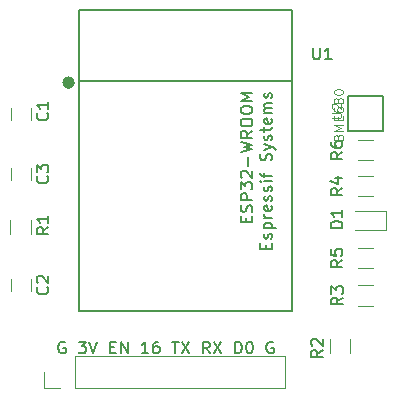
<source format=gto>
G04 #@! TF.FileFunction,Legend,Top*
%FSLAX46Y46*%
G04 Gerber Fmt 4.6, Leading zero omitted, Abs format (unit mm)*
G04 Created by KiCad (PCBNEW 4.0.7) date Friday, February 23, 2018 'PMt' 12:04:00 PM*
%MOMM*%
%LPD*%
G01*
G04 APERTURE LIST*
%ADD10C,0.100000*%
%ADD11C,0.127000*%
%ADD12C,0.120000*%
%ADD13C,0.500000*%
%ADD14C,0.150000*%
%ADD15C,0.050000*%
G04 APERTURE END LIST*
D10*
D11*
X134234000Y-92918000D02*
X131234000Y-92918000D01*
X131234000Y-92918000D02*
X131234000Y-95918000D01*
X131234000Y-95918000D02*
X134234000Y-95918000D01*
X134234000Y-95918000D02*
X134234000Y-92918000D01*
D12*
X132115000Y-99704000D02*
X133315000Y-99704000D01*
X133315000Y-101464000D02*
X132115000Y-101464000D01*
X134442000Y-104305000D02*
X134442000Y-102705000D01*
X134442000Y-102705000D02*
X131842000Y-102705000D01*
X134442000Y-104305000D02*
X131842000Y-104305000D01*
X132115000Y-108975000D02*
X133315000Y-108975000D01*
X133315000Y-110735000D02*
X132115000Y-110735000D01*
X131436000Y-113512000D02*
X131436000Y-114712000D01*
X129676000Y-114712000D02*
X129676000Y-113512000D01*
D13*
X107852981Y-91821000D02*
G75*
G03X107852981Y-91821000I-283981J0D01*
G01*
D14*
X126475000Y-91675000D02*
X108475000Y-91675000D01*
X108475000Y-85675000D02*
X108475000Y-111175000D01*
X126475000Y-85675000D02*
X126475000Y-111175000D01*
X126475000Y-111175000D02*
X108475000Y-111175000D01*
X126475000Y-85675000D02*
X108475000Y-85675000D01*
D12*
X104385000Y-103413000D02*
X104385000Y-104613000D01*
X102625000Y-104613000D02*
X102625000Y-103413000D01*
X102655000Y-108466000D02*
X102655000Y-109466000D01*
X104355000Y-109466000D02*
X104355000Y-108466000D01*
X108077000Y-117662000D02*
X125917000Y-117662000D01*
X125917000Y-117662000D02*
X125917000Y-115002000D01*
X125917000Y-115002000D02*
X108077000Y-115002000D01*
X108077000Y-115002000D02*
X108077000Y-117662000D01*
X106807000Y-117662000D02*
X105477000Y-117662000D01*
X105477000Y-117662000D02*
X105477000Y-116332000D01*
X102655000Y-93988000D02*
X102655000Y-94988000D01*
X104355000Y-94988000D02*
X104355000Y-93988000D01*
X102655000Y-99068000D02*
X102655000Y-100068000D01*
X104355000Y-100068000D02*
X104355000Y-99068000D01*
X132115000Y-105800000D02*
X133315000Y-105800000D01*
X133315000Y-107560000D02*
X132115000Y-107560000D01*
X132115000Y-96656000D02*
X133315000Y-96656000D01*
X133315000Y-98416000D02*
X132115000Y-98416000D01*
D15*
X129869409Y-94835864D02*
X130508890Y-94835864D01*
X130584123Y-94798248D01*
X130621740Y-94760631D01*
X130659356Y-94685398D01*
X130659356Y-94534932D01*
X130621740Y-94459699D01*
X130584123Y-94422083D01*
X130508890Y-94384466D01*
X129869409Y-94384466D01*
X129944643Y-94045917D02*
X129907026Y-94008300D01*
X129869409Y-93933067D01*
X129869409Y-93744985D01*
X129907026Y-93669752D01*
X129944643Y-93632135D01*
X130019876Y-93594519D01*
X130095109Y-93594519D01*
X130207958Y-93632135D01*
X130659356Y-94083533D01*
X130659356Y-93594519D01*
X130415582Y-96449583D02*
X130453194Y-96336748D01*
X130490805Y-96299136D01*
X130566029Y-96261525D01*
X130678864Y-96261525D01*
X130754087Y-96299136D01*
X130791699Y-96336748D01*
X130829310Y-96411971D01*
X130829310Y-96712865D01*
X130039465Y-96712865D01*
X130039465Y-96449583D01*
X130077077Y-96374360D01*
X130114689Y-96336748D01*
X130189912Y-96299136D01*
X130265135Y-96299136D01*
X130340359Y-96336748D01*
X130377970Y-96374360D01*
X130415582Y-96449583D01*
X130415582Y-96712865D01*
X130829310Y-95923020D02*
X130039465Y-95923020D01*
X130603640Y-95659738D01*
X130039465Y-95396456D01*
X130829310Y-95396456D01*
X130415582Y-95020340D02*
X130415582Y-94757058D01*
X130829310Y-94644223D02*
X130829310Y-95020340D01*
X130039465Y-95020340D01*
X130039465Y-94644223D01*
X130039465Y-93967213D02*
X130039465Y-94117659D01*
X130077077Y-94192883D01*
X130114689Y-94230494D01*
X130227524Y-94305718D01*
X130377970Y-94343329D01*
X130678864Y-94343329D01*
X130754087Y-94305718D01*
X130791699Y-94268106D01*
X130829310Y-94192883D01*
X130829310Y-94042436D01*
X130791699Y-93967213D01*
X130754087Y-93929601D01*
X130678864Y-93891989D01*
X130490805Y-93891989D01*
X130415582Y-93929601D01*
X130377970Y-93967213D01*
X130340359Y-94042436D01*
X130340359Y-94192883D01*
X130377970Y-94268106D01*
X130415582Y-94305718D01*
X130490805Y-94343329D01*
X130377970Y-93440650D02*
X130340359Y-93515873D01*
X130302747Y-93553485D01*
X130227524Y-93591096D01*
X130189912Y-93591096D01*
X130114689Y-93553485D01*
X130077077Y-93515873D01*
X130039465Y-93440650D01*
X130039465Y-93290203D01*
X130077077Y-93214980D01*
X130114689Y-93177368D01*
X130189912Y-93139756D01*
X130227524Y-93139756D01*
X130302747Y-93177368D01*
X130340359Y-93214980D01*
X130377970Y-93290203D01*
X130377970Y-93440650D01*
X130415582Y-93515873D01*
X130453194Y-93553485D01*
X130528417Y-93591096D01*
X130678864Y-93591096D01*
X130754087Y-93553485D01*
X130791699Y-93515873D01*
X130829310Y-93440650D01*
X130829310Y-93290203D01*
X130791699Y-93214980D01*
X130754087Y-93177368D01*
X130678864Y-93139756D01*
X130528417Y-93139756D01*
X130453194Y-93177368D01*
X130415582Y-93214980D01*
X130377970Y-93290203D01*
X130039465Y-92650805D02*
X130039465Y-92575582D01*
X130077077Y-92500358D01*
X130114689Y-92462747D01*
X130189912Y-92425135D01*
X130340359Y-92387523D01*
X130528417Y-92387523D01*
X130678864Y-92425135D01*
X130754087Y-92462747D01*
X130791699Y-92500358D01*
X130829310Y-92575582D01*
X130829310Y-92650805D01*
X130791699Y-92726028D01*
X130754087Y-92763640D01*
X130678864Y-92801252D01*
X130528417Y-92838863D01*
X130340359Y-92838863D01*
X130189912Y-92801252D01*
X130114689Y-92763640D01*
X130077077Y-92726028D01*
X130039465Y-92650805D01*
D14*
X130754381Y-100750666D02*
X130278190Y-101084000D01*
X130754381Y-101322095D02*
X129754381Y-101322095D01*
X129754381Y-100941142D01*
X129802000Y-100845904D01*
X129849619Y-100798285D01*
X129944857Y-100750666D01*
X130087714Y-100750666D01*
X130182952Y-100798285D01*
X130230571Y-100845904D01*
X130278190Y-100941142D01*
X130278190Y-101322095D01*
X130087714Y-99893523D02*
X130754381Y-99893523D01*
X129706762Y-100131619D02*
X130421048Y-100369714D01*
X130421048Y-99750666D01*
X130754381Y-104116095D02*
X129754381Y-104116095D01*
X129754381Y-103878000D01*
X129802000Y-103735142D01*
X129897238Y-103639904D01*
X129992476Y-103592285D01*
X130182952Y-103544666D01*
X130325810Y-103544666D01*
X130516286Y-103592285D01*
X130611524Y-103639904D01*
X130706762Y-103735142D01*
X130754381Y-103878000D01*
X130754381Y-104116095D01*
X130754381Y-102592285D02*
X130754381Y-103163714D01*
X130754381Y-102878000D02*
X129754381Y-102878000D01*
X129897238Y-102973238D01*
X129992476Y-103068476D01*
X130040095Y-103163714D01*
X130815381Y-110021666D02*
X130339190Y-110355000D01*
X130815381Y-110593095D02*
X129815381Y-110593095D01*
X129815381Y-110212142D01*
X129863000Y-110116904D01*
X129910619Y-110069285D01*
X130005857Y-110021666D01*
X130148714Y-110021666D01*
X130243952Y-110069285D01*
X130291571Y-110116904D01*
X130339190Y-110212142D01*
X130339190Y-110593095D01*
X129815381Y-109688333D02*
X129815381Y-109069285D01*
X130196333Y-109402619D01*
X130196333Y-109259761D01*
X130243952Y-109164523D01*
X130291571Y-109116904D01*
X130386810Y-109069285D01*
X130624905Y-109069285D01*
X130720143Y-109116904D01*
X130767762Y-109164523D01*
X130815381Y-109259761D01*
X130815381Y-109545476D01*
X130767762Y-109640714D01*
X130720143Y-109688333D01*
X129103381Y-114466666D02*
X128627190Y-114800000D01*
X129103381Y-115038095D02*
X128103381Y-115038095D01*
X128103381Y-114657142D01*
X128151000Y-114561904D01*
X128198619Y-114514285D01*
X128293857Y-114466666D01*
X128436714Y-114466666D01*
X128531952Y-114514285D01*
X128579571Y-114561904D01*
X128627190Y-114657142D01*
X128627190Y-115038095D01*
X128198619Y-114085714D02*
X128151000Y-114038095D01*
X128103381Y-113942857D01*
X128103381Y-113704761D01*
X128151000Y-113609523D01*
X128198619Y-113561904D01*
X128293857Y-113514285D01*
X128389095Y-113514285D01*
X128531952Y-113561904D01*
X129103381Y-114133333D01*
X129103381Y-113514285D01*
X128270095Y-88860381D02*
X128270095Y-89669905D01*
X128317714Y-89765143D01*
X128365333Y-89812762D01*
X128460571Y-89860381D01*
X128651048Y-89860381D01*
X128746286Y-89812762D01*
X128793905Y-89765143D01*
X128841524Y-89669905D01*
X128841524Y-88860381D01*
X129841524Y-89860381D02*
X129270095Y-89860381D01*
X129555809Y-89860381D02*
X129555809Y-88860381D01*
X129460571Y-89003238D01*
X129365333Y-89098476D01*
X129270095Y-89146095D01*
X124261571Y-105885430D02*
X124261571Y-105552096D01*
X124785381Y-105409239D02*
X124785381Y-105885430D01*
X123785381Y-105885430D01*
X123785381Y-105409239D01*
X124737762Y-105028287D02*
X124785381Y-104933049D01*
X124785381Y-104742573D01*
X124737762Y-104647334D01*
X124642524Y-104599715D01*
X124594905Y-104599715D01*
X124499667Y-104647334D01*
X124452048Y-104742573D01*
X124452048Y-104885430D01*
X124404429Y-104980668D01*
X124309190Y-105028287D01*
X124261571Y-105028287D01*
X124166333Y-104980668D01*
X124118714Y-104885430D01*
X124118714Y-104742573D01*
X124166333Y-104647334D01*
X124118714Y-104171144D02*
X125118714Y-104171144D01*
X124166333Y-104171144D02*
X124118714Y-104075906D01*
X124118714Y-103885429D01*
X124166333Y-103790191D01*
X124213952Y-103742572D01*
X124309190Y-103694953D01*
X124594905Y-103694953D01*
X124690143Y-103742572D01*
X124737762Y-103790191D01*
X124785381Y-103885429D01*
X124785381Y-104075906D01*
X124737762Y-104171144D01*
X124785381Y-103266382D02*
X124118714Y-103266382D01*
X124309190Y-103266382D02*
X124213952Y-103218763D01*
X124166333Y-103171144D01*
X124118714Y-103075906D01*
X124118714Y-102980667D01*
X124737762Y-102266381D02*
X124785381Y-102361619D01*
X124785381Y-102552096D01*
X124737762Y-102647334D01*
X124642524Y-102694953D01*
X124261571Y-102694953D01*
X124166333Y-102647334D01*
X124118714Y-102552096D01*
X124118714Y-102361619D01*
X124166333Y-102266381D01*
X124261571Y-102218762D01*
X124356810Y-102218762D01*
X124452048Y-102694953D01*
X124737762Y-101837810D02*
X124785381Y-101742572D01*
X124785381Y-101552096D01*
X124737762Y-101456857D01*
X124642524Y-101409238D01*
X124594905Y-101409238D01*
X124499667Y-101456857D01*
X124452048Y-101552096D01*
X124452048Y-101694953D01*
X124404429Y-101790191D01*
X124309190Y-101837810D01*
X124261571Y-101837810D01*
X124166333Y-101790191D01*
X124118714Y-101694953D01*
X124118714Y-101552096D01*
X124166333Y-101456857D01*
X124737762Y-101028286D02*
X124785381Y-100933048D01*
X124785381Y-100742572D01*
X124737762Y-100647333D01*
X124642524Y-100599714D01*
X124594905Y-100599714D01*
X124499667Y-100647333D01*
X124452048Y-100742572D01*
X124452048Y-100885429D01*
X124404429Y-100980667D01*
X124309190Y-101028286D01*
X124261571Y-101028286D01*
X124166333Y-100980667D01*
X124118714Y-100885429D01*
X124118714Y-100742572D01*
X124166333Y-100647333D01*
X124785381Y-100171143D02*
X124118714Y-100171143D01*
X123785381Y-100171143D02*
X123833000Y-100218762D01*
X123880619Y-100171143D01*
X123833000Y-100123524D01*
X123785381Y-100171143D01*
X123880619Y-100171143D01*
X124118714Y-99837810D02*
X124118714Y-99456858D01*
X124785381Y-99694953D02*
X123928238Y-99694953D01*
X123833000Y-99647334D01*
X123785381Y-99552096D01*
X123785381Y-99456858D01*
X124737762Y-98409238D02*
X124785381Y-98266381D01*
X124785381Y-98028285D01*
X124737762Y-97933047D01*
X124690143Y-97885428D01*
X124594905Y-97837809D01*
X124499667Y-97837809D01*
X124404429Y-97885428D01*
X124356810Y-97933047D01*
X124309190Y-98028285D01*
X124261571Y-98218762D01*
X124213952Y-98314000D01*
X124166333Y-98361619D01*
X124071095Y-98409238D01*
X123975857Y-98409238D01*
X123880619Y-98361619D01*
X123833000Y-98314000D01*
X123785381Y-98218762D01*
X123785381Y-97980666D01*
X123833000Y-97837809D01*
X124118714Y-97504476D02*
X124785381Y-97266381D01*
X124118714Y-97028285D02*
X124785381Y-97266381D01*
X125023476Y-97361619D01*
X125071095Y-97409238D01*
X125118714Y-97504476D01*
X124737762Y-96694952D02*
X124785381Y-96599714D01*
X124785381Y-96409238D01*
X124737762Y-96313999D01*
X124642524Y-96266380D01*
X124594905Y-96266380D01*
X124499667Y-96313999D01*
X124452048Y-96409238D01*
X124452048Y-96552095D01*
X124404429Y-96647333D01*
X124309190Y-96694952D01*
X124261571Y-96694952D01*
X124166333Y-96647333D01*
X124118714Y-96552095D01*
X124118714Y-96409238D01*
X124166333Y-96313999D01*
X124118714Y-95980666D02*
X124118714Y-95599714D01*
X123785381Y-95837809D02*
X124642524Y-95837809D01*
X124737762Y-95790190D01*
X124785381Y-95694952D01*
X124785381Y-95599714D01*
X124737762Y-94885427D02*
X124785381Y-94980665D01*
X124785381Y-95171142D01*
X124737762Y-95266380D01*
X124642524Y-95313999D01*
X124261571Y-95313999D01*
X124166333Y-95266380D01*
X124118714Y-95171142D01*
X124118714Y-94980665D01*
X124166333Y-94885427D01*
X124261571Y-94837808D01*
X124356810Y-94837808D01*
X124452048Y-95313999D01*
X124785381Y-94409237D02*
X124118714Y-94409237D01*
X124213952Y-94409237D02*
X124166333Y-94361618D01*
X124118714Y-94266380D01*
X124118714Y-94123522D01*
X124166333Y-94028284D01*
X124261571Y-93980665D01*
X124785381Y-93980665D01*
X124261571Y-93980665D02*
X124166333Y-93933046D01*
X124118714Y-93837808D01*
X124118714Y-93694951D01*
X124166333Y-93599713D01*
X124261571Y-93552094D01*
X124785381Y-93552094D01*
X124737762Y-93123523D02*
X124785381Y-93028285D01*
X124785381Y-92837809D01*
X124737762Y-92742570D01*
X124642524Y-92694951D01*
X124594905Y-92694951D01*
X124499667Y-92742570D01*
X124452048Y-92837809D01*
X124452048Y-92980666D01*
X124404429Y-93075904D01*
X124309190Y-93123523D01*
X124261571Y-93123523D01*
X124166333Y-93075904D01*
X124118714Y-92980666D01*
X124118714Y-92837809D01*
X124166333Y-92742570D01*
X122610571Y-103623381D02*
X122610571Y-103290047D01*
X123134381Y-103147190D02*
X123134381Y-103623381D01*
X122134381Y-103623381D01*
X122134381Y-103147190D01*
X123086762Y-102766238D02*
X123134381Y-102623381D01*
X123134381Y-102385285D01*
X123086762Y-102290047D01*
X123039143Y-102242428D01*
X122943905Y-102194809D01*
X122848667Y-102194809D01*
X122753429Y-102242428D01*
X122705810Y-102290047D01*
X122658190Y-102385285D01*
X122610571Y-102575762D01*
X122562952Y-102671000D01*
X122515333Y-102718619D01*
X122420095Y-102766238D01*
X122324857Y-102766238D01*
X122229619Y-102718619D01*
X122182000Y-102671000D01*
X122134381Y-102575762D01*
X122134381Y-102337666D01*
X122182000Y-102194809D01*
X123134381Y-101766238D02*
X122134381Y-101766238D01*
X122134381Y-101385285D01*
X122182000Y-101290047D01*
X122229619Y-101242428D01*
X122324857Y-101194809D01*
X122467714Y-101194809D01*
X122562952Y-101242428D01*
X122610571Y-101290047D01*
X122658190Y-101385285D01*
X122658190Y-101766238D01*
X122134381Y-100861476D02*
X122134381Y-100242428D01*
X122515333Y-100575762D01*
X122515333Y-100432904D01*
X122562952Y-100337666D01*
X122610571Y-100290047D01*
X122705810Y-100242428D01*
X122943905Y-100242428D01*
X123039143Y-100290047D01*
X123086762Y-100337666D01*
X123134381Y-100432904D01*
X123134381Y-100718619D01*
X123086762Y-100813857D01*
X123039143Y-100861476D01*
X122229619Y-99861476D02*
X122182000Y-99813857D01*
X122134381Y-99718619D01*
X122134381Y-99480523D01*
X122182000Y-99385285D01*
X122229619Y-99337666D01*
X122324857Y-99290047D01*
X122420095Y-99290047D01*
X122562952Y-99337666D01*
X123134381Y-99909095D01*
X123134381Y-99290047D01*
X122753429Y-98861476D02*
X122753429Y-98099571D01*
X122134381Y-97718619D02*
X123134381Y-97480524D01*
X122420095Y-97290047D01*
X123134381Y-97099571D01*
X122134381Y-96861476D01*
X123134381Y-95909095D02*
X122658190Y-96242429D01*
X123134381Y-96480524D02*
X122134381Y-96480524D01*
X122134381Y-96099571D01*
X122182000Y-96004333D01*
X122229619Y-95956714D01*
X122324857Y-95909095D01*
X122467714Y-95909095D01*
X122562952Y-95956714D01*
X122610571Y-96004333D01*
X122658190Y-96099571D01*
X122658190Y-96480524D01*
X122134381Y-95290048D02*
X122134381Y-95099571D01*
X122182000Y-95004333D01*
X122277238Y-94909095D01*
X122467714Y-94861476D01*
X122801048Y-94861476D01*
X122991524Y-94909095D01*
X123086762Y-95004333D01*
X123134381Y-95099571D01*
X123134381Y-95290048D01*
X123086762Y-95385286D01*
X122991524Y-95480524D01*
X122801048Y-95528143D01*
X122467714Y-95528143D01*
X122277238Y-95480524D01*
X122182000Y-95385286D01*
X122134381Y-95290048D01*
X122134381Y-94242429D02*
X122134381Y-94051952D01*
X122182000Y-93956714D01*
X122277238Y-93861476D01*
X122467714Y-93813857D01*
X122801048Y-93813857D01*
X122991524Y-93861476D01*
X123086762Y-93956714D01*
X123134381Y-94051952D01*
X123134381Y-94242429D01*
X123086762Y-94337667D01*
X122991524Y-94432905D01*
X122801048Y-94480524D01*
X122467714Y-94480524D01*
X122277238Y-94432905D01*
X122182000Y-94337667D01*
X122134381Y-94242429D01*
X123134381Y-93385286D02*
X122134381Y-93385286D01*
X122848667Y-93051952D01*
X122134381Y-92718619D01*
X123134381Y-92718619D01*
X105862381Y-104052666D02*
X105386190Y-104386000D01*
X105862381Y-104624095D02*
X104862381Y-104624095D01*
X104862381Y-104243142D01*
X104910000Y-104147904D01*
X104957619Y-104100285D01*
X105052857Y-104052666D01*
X105195714Y-104052666D01*
X105290952Y-104100285D01*
X105338571Y-104147904D01*
X105386190Y-104243142D01*
X105386190Y-104624095D01*
X105862381Y-103100285D02*
X105862381Y-103671714D01*
X105862381Y-103386000D02*
X104862381Y-103386000D01*
X105005238Y-103481238D01*
X105100476Y-103576476D01*
X105148095Y-103671714D01*
X105767143Y-109132666D02*
X105814762Y-109180285D01*
X105862381Y-109323142D01*
X105862381Y-109418380D01*
X105814762Y-109561238D01*
X105719524Y-109656476D01*
X105624286Y-109704095D01*
X105433810Y-109751714D01*
X105290952Y-109751714D01*
X105100476Y-109704095D01*
X105005238Y-109656476D01*
X104910000Y-109561238D01*
X104862381Y-109418380D01*
X104862381Y-109323142D01*
X104910000Y-109180285D01*
X104957619Y-109132666D01*
X104957619Y-108751714D02*
X104910000Y-108704095D01*
X104862381Y-108608857D01*
X104862381Y-108370761D01*
X104910000Y-108275523D01*
X104957619Y-108227904D01*
X105052857Y-108180285D01*
X105148095Y-108180285D01*
X105290952Y-108227904D01*
X105862381Y-108799333D01*
X105862381Y-108180285D01*
X107276380Y-113800000D02*
X107181142Y-113752381D01*
X107038285Y-113752381D01*
X106895427Y-113800000D01*
X106800189Y-113895238D01*
X106752570Y-113990476D01*
X106704951Y-114180952D01*
X106704951Y-114323810D01*
X106752570Y-114514286D01*
X106800189Y-114609524D01*
X106895427Y-114704762D01*
X107038285Y-114752381D01*
X107133523Y-114752381D01*
X107276380Y-114704762D01*
X107323999Y-114657143D01*
X107323999Y-114323810D01*
X107133523Y-114323810D01*
X108419237Y-113752381D02*
X109038285Y-113752381D01*
X108704951Y-114133333D01*
X108847809Y-114133333D01*
X108943047Y-114180952D01*
X108990666Y-114228571D01*
X109038285Y-114323810D01*
X109038285Y-114561905D01*
X108990666Y-114657143D01*
X108943047Y-114704762D01*
X108847809Y-114752381D01*
X108562094Y-114752381D01*
X108466856Y-114704762D01*
X108419237Y-114657143D01*
X109323999Y-113752381D02*
X109657332Y-114752381D01*
X109990666Y-113752381D01*
X111085904Y-114228571D02*
X111419238Y-114228571D01*
X111562095Y-114752381D02*
X111085904Y-114752381D01*
X111085904Y-113752381D01*
X111562095Y-113752381D01*
X111990666Y-114752381D02*
X111990666Y-113752381D01*
X112562095Y-114752381D01*
X112562095Y-113752381D01*
X114324000Y-114752381D02*
X113752571Y-114752381D01*
X114038285Y-114752381D02*
X114038285Y-113752381D01*
X113943047Y-113895238D01*
X113847809Y-113990476D01*
X113752571Y-114038095D01*
X115181143Y-113752381D02*
X114990666Y-113752381D01*
X114895428Y-113800000D01*
X114847809Y-113847619D01*
X114752571Y-113990476D01*
X114704952Y-114180952D01*
X114704952Y-114561905D01*
X114752571Y-114657143D01*
X114800190Y-114704762D01*
X114895428Y-114752381D01*
X115085905Y-114752381D01*
X115181143Y-114704762D01*
X115228762Y-114657143D01*
X115276381Y-114561905D01*
X115276381Y-114323810D01*
X115228762Y-114228571D01*
X115181143Y-114180952D01*
X115085905Y-114133333D01*
X114895428Y-114133333D01*
X114800190Y-114180952D01*
X114752571Y-114228571D01*
X114704952Y-114323810D01*
X116324000Y-113752381D02*
X116895429Y-113752381D01*
X116609714Y-114752381D02*
X116609714Y-113752381D01*
X117133524Y-113752381D02*
X117800191Y-114752381D01*
X117800191Y-113752381D02*
X117133524Y-114752381D01*
X119514477Y-114752381D02*
X119181143Y-114276190D01*
X118943048Y-114752381D02*
X118943048Y-113752381D01*
X119324001Y-113752381D01*
X119419239Y-113800000D01*
X119466858Y-113847619D01*
X119514477Y-113942857D01*
X119514477Y-114085714D01*
X119466858Y-114180952D01*
X119419239Y-114228571D01*
X119324001Y-114276190D01*
X118943048Y-114276190D01*
X119847810Y-113752381D02*
X120514477Y-114752381D01*
X120514477Y-113752381D02*
X119847810Y-114752381D01*
X121657334Y-114752381D02*
X121657334Y-113752381D01*
X121895429Y-113752381D01*
X122038287Y-113800000D01*
X122133525Y-113895238D01*
X122181144Y-113990476D01*
X122228763Y-114180952D01*
X122228763Y-114323810D01*
X122181144Y-114514286D01*
X122133525Y-114609524D01*
X122038287Y-114704762D01*
X121895429Y-114752381D01*
X121657334Y-114752381D01*
X122847810Y-113752381D02*
X122943049Y-113752381D01*
X123038287Y-113800000D01*
X123085906Y-113847619D01*
X123133525Y-113942857D01*
X123181144Y-114133333D01*
X123181144Y-114371429D01*
X123133525Y-114561905D01*
X123085906Y-114657143D01*
X123038287Y-114704762D01*
X122943049Y-114752381D01*
X122847810Y-114752381D01*
X122752572Y-114704762D01*
X122704953Y-114657143D01*
X122657334Y-114561905D01*
X122609715Y-114371429D01*
X122609715Y-114133333D01*
X122657334Y-113942857D01*
X122704953Y-113847619D01*
X122752572Y-113800000D01*
X122847810Y-113752381D01*
X124895430Y-113800000D02*
X124800192Y-113752381D01*
X124657335Y-113752381D01*
X124514477Y-113800000D01*
X124419239Y-113895238D01*
X124371620Y-113990476D01*
X124324001Y-114180952D01*
X124324001Y-114323810D01*
X124371620Y-114514286D01*
X124419239Y-114609524D01*
X124514477Y-114704762D01*
X124657335Y-114752381D01*
X124752573Y-114752381D01*
X124895430Y-114704762D01*
X124943049Y-114657143D01*
X124943049Y-114323810D01*
X124752573Y-114323810D01*
X105767143Y-94400666D02*
X105814762Y-94448285D01*
X105862381Y-94591142D01*
X105862381Y-94686380D01*
X105814762Y-94829238D01*
X105719524Y-94924476D01*
X105624286Y-94972095D01*
X105433810Y-95019714D01*
X105290952Y-95019714D01*
X105100476Y-94972095D01*
X105005238Y-94924476D01*
X104910000Y-94829238D01*
X104862381Y-94686380D01*
X104862381Y-94591142D01*
X104910000Y-94448285D01*
X104957619Y-94400666D01*
X105862381Y-93448285D02*
X105862381Y-94019714D01*
X105862381Y-93734000D02*
X104862381Y-93734000D01*
X105005238Y-93829238D01*
X105100476Y-93924476D01*
X105148095Y-94019714D01*
X105767143Y-99734666D02*
X105814762Y-99782285D01*
X105862381Y-99925142D01*
X105862381Y-100020380D01*
X105814762Y-100163238D01*
X105719524Y-100258476D01*
X105624286Y-100306095D01*
X105433810Y-100353714D01*
X105290952Y-100353714D01*
X105100476Y-100306095D01*
X105005238Y-100258476D01*
X104910000Y-100163238D01*
X104862381Y-100020380D01*
X104862381Y-99925142D01*
X104910000Y-99782285D01*
X104957619Y-99734666D01*
X104862381Y-99401333D02*
X104862381Y-98782285D01*
X105243333Y-99115619D01*
X105243333Y-98972761D01*
X105290952Y-98877523D01*
X105338571Y-98829904D01*
X105433810Y-98782285D01*
X105671905Y-98782285D01*
X105767143Y-98829904D01*
X105814762Y-98877523D01*
X105862381Y-98972761D01*
X105862381Y-99258476D01*
X105814762Y-99353714D01*
X105767143Y-99401333D01*
X130754381Y-106846666D02*
X130278190Y-107180000D01*
X130754381Y-107418095D02*
X129754381Y-107418095D01*
X129754381Y-107037142D01*
X129802000Y-106941904D01*
X129849619Y-106894285D01*
X129944857Y-106846666D01*
X130087714Y-106846666D01*
X130182952Y-106894285D01*
X130230571Y-106941904D01*
X130278190Y-107037142D01*
X130278190Y-107418095D01*
X129754381Y-105941904D02*
X129754381Y-106418095D01*
X130230571Y-106465714D01*
X130182952Y-106418095D01*
X130135333Y-106322857D01*
X130135333Y-106084761D01*
X130182952Y-105989523D01*
X130230571Y-105941904D01*
X130325810Y-105894285D01*
X130563905Y-105894285D01*
X130659143Y-105941904D01*
X130706762Y-105989523D01*
X130754381Y-106084761D01*
X130754381Y-106322857D01*
X130706762Y-106418095D01*
X130659143Y-106465714D01*
X130754381Y-97702666D02*
X130278190Y-98036000D01*
X130754381Y-98274095D02*
X129754381Y-98274095D01*
X129754381Y-97893142D01*
X129802000Y-97797904D01*
X129849619Y-97750285D01*
X129944857Y-97702666D01*
X130087714Y-97702666D01*
X130182952Y-97750285D01*
X130230571Y-97797904D01*
X130278190Y-97893142D01*
X130278190Y-98274095D01*
X129754381Y-96845523D02*
X129754381Y-97036000D01*
X129802000Y-97131238D01*
X129849619Y-97178857D01*
X129992476Y-97274095D01*
X130182952Y-97321714D01*
X130563905Y-97321714D01*
X130659143Y-97274095D01*
X130706762Y-97226476D01*
X130754381Y-97131238D01*
X130754381Y-96940761D01*
X130706762Y-96845523D01*
X130659143Y-96797904D01*
X130563905Y-96750285D01*
X130325810Y-96750285D01*
X130230571Y-96797904D01*
X130182952Y-96845523D01*
X130135333Y-96940761D01*
X130135333Y-97131238D01*
X130182952Y-97226476D01*
X130230571Y-97274095D01*
X130325810Y-97321714D01*
M02*

</source>
